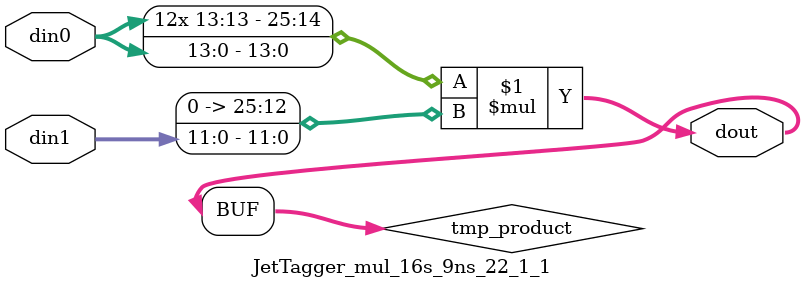
<source format=v>

`timescale 1 ns / 1 ps

  module JetTagger_mul_16s_9ns_22_1_1(din0, din1, dout);
parameter ID = 1;
parameter NUM_STAGE = 0;
parameter din0_WIDTH = 14;
parameter din1_WIDTH = 12;
parameter dout_WIDTH = 26;

input [din0_WIDTH - 1 : 0] din0; 
input [din1_WIDTH - 1 : 0] din1; 
output [dout_WIDTH - 1 : 0] dout;

wire signed [dout_WIDTH - 1 : 0] tmp_product;












assign tmp_product = $signed(din0) * $signed({1'b0, din1});









assign dout = tmp_product;







endmodule

</source>
